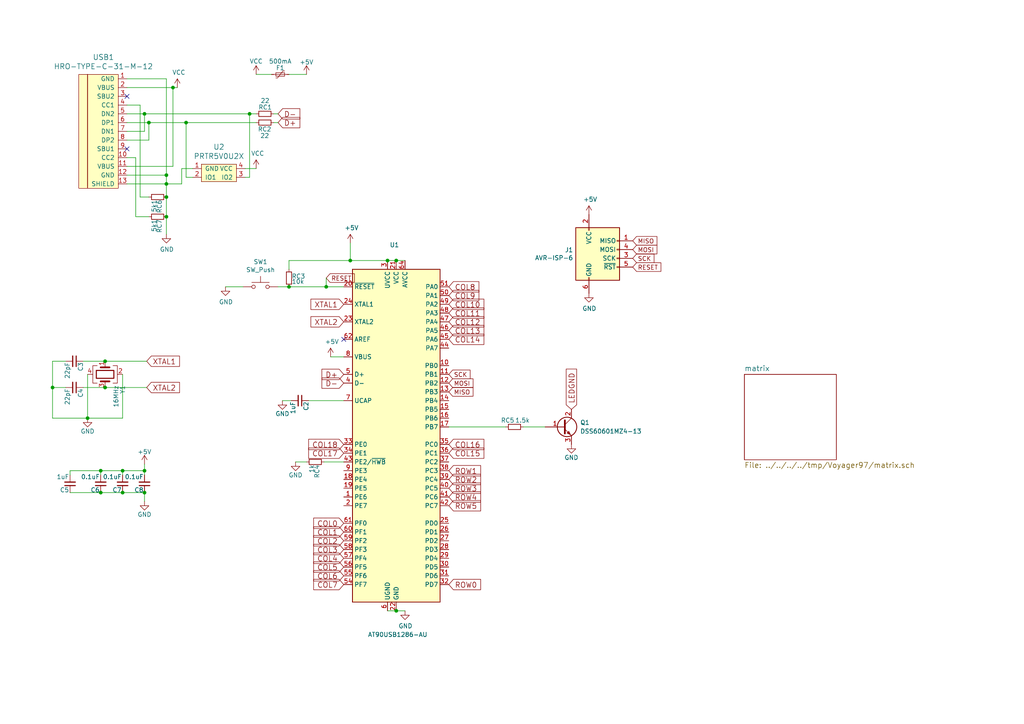
<source format=kicad_sch>
(kicad_sch (version 20230121) (generator eeschema)
  (paper "A4")
  (lib_symbols
    (symbol "Device:C_Small" (pin_numbers hide) (pin_names (offset 0.254) hide)
      (property "Reference" "C" (at 0.254 1.778 0))
      (property "Value" "C_Small" (at 0.254 -2.032 0))
      (symbol "C_Small_0_1"
        (polyline (pts (xy -1.524 -0.508) (xy 1.524 -0.508)) (stroke (width 0.3302)))
        (polyline (pts (xy -1.524 0.508) (xy 1.524 0.508)) (stroke (width 0.3048)))
      )
      (symbol "C_Small_1_1"
        (pin passive line (at 0 2.54 270) (length 2.032) (name "~") (number "1"))
        (pin passive line (at 0 -2.54 90) (length 2.032) (name "~") (number "2"))
      )
    )
    (symbol "Device:Crystal_GND24" (pin_names (offset 1.016) hide)
      (property "Reference" "Y" (at 3.175 5.08 0))
      (property "Value" "Crystal_GND24" (at 3.175 3.175 0))
      (symbol "Crystal_GND24_0_1"
        (rectangle (start -1.143 2.54) (end 1.143 -2.54) (stroke (width 0.3048)))
        (polyline (pts (xy -2.54 0) (xy -2.032 0)))
        (polyline (pts (xy -2.032 -1.27) (xy -2.032 1.27)) (stroke (width 0.508)))
        (polyline (pts (xy 0 -3.81) (xy 0 -3.556)))
        (polyline (pts (xy 0 3.556) (xy 0 3.81)))
        (polyline (pts (xy 2.032 -1.27) (xy 2.032 1.27)) (stroke (width 0.508)))
        (polyline (pts (xy 2.032 0) (xy 2.54 0)))
        (polyline (pts (xy -2.54 -2.286) (xy -2.54 -3.556) (xy 2.54 -3.556) (xy 2.54 -2.286)))
        (polyline (pts (xy -2.54 2.286) (xy -2.54 3.556) (xy 2.54 3.556) (xy 2.54 2.286)))
      )
      (symbol "Crystal_GND24_1_1"
        (pin passive line (at -3.81 0 0) (length 1.27) (name "1") (number "1"))
        (pin passive line (at 0 5.08 270) (length 1.27) (name "2") (number "2"))
        (pin passive line (at 3.81 0 180) (length 1.27) (name "3") (number "3"))
        (pin passive line (at 0 -5.08 90) (length 1.27) (name "4") (number "4"))
      )
    )
    (symbol "Device:Polyfuse_Small" (pin_numbers hide) (pin_names (offset 0))
      (property "Reference" "F" (at -1.905 0 90))
      (property "Value" "Polyfuse_Small" (at 1.905 0 90))
      (symbol "Polyfuse_Small_0_1"
        (rectangle (start -0.508 1.27) (end 0.508 -1.27))
        (polyline (pts (xy 0 2.54) (xy 0 -2.54)))
        (polyline (pts (xy -1.016 1.27) (xy -1.016 0.762) (xy 1.016 -0.762) (xy 1.016 -1.27)))
      )
      (symbol "Polyfuse_Small_1_1"
        (pin passive line (at 0 2.54 270) (length 0.635) (name "~") (number "1"))
        (pin passive line (at 0 -2.54 90) (length 0.635) (name "~") (number "2"))
      )
    )
    (symbol "Device:Q_NPN_BCE" (pin_names (offset 0) hide)
      (property "Reference" "Q" (at 5.08 1.27 0))
      (property "Value" "Q_NPN_BCE" (at 5.08 -1.27 0))
      (symbol "Q_NPN_BCE_0_1"
        (polyline (pts (xy 0.635 0.635) (xy 2.54 2.54)))
        (polyline (pts (xy 0.635 -0.635) (xy 2.54 -2.54) (xy 2.54 -2.54)))
        (polyline (pts (xy 0.635 1.905) (xy 0.635 -1.905) (xy 0.635 -1.905)) (stroke (width 0.508)))
        (polyline (pts (xy 1.27 -1.778) (xy 1.778 -1.27) (xy 2.286 -2.286) (xy 1.27 -1.778) (xy 1.27 -1.778)) (fill (type outline)))
        (circle (center 1.27 0) (radius 2.8194) (stroke (width 0.254)))
      )
      (symbol "Q_NPN_BCE_1_1"
        (pin input line (at -5.08 0 0) (length 5.715) (name "B") (number "1"))
        (pin passive line (at 2.54 5.08 270) (length 2.54) (name "C") (number "2"))
        (pin passive line (at 2.54 -5.08 90) (length 2.54) (name "E") (number "3"))
      )
    )
    (symbol "Device:R_Small" (pin_numbers hide) (pin_names (offset 0.254) hide)
      (property "Reference" "R" (at 0.762 0.508 0))
      (property "Value" "R_Small" (at 0.762 -1.016 0))
      (symbol "R_Small_0_1"
        (rectangle (start -0.762 1.778) (end 0.762 -1.778) (stroke (width 0.2032)))
      )
      (symbol "R_Small_1_1"
        (pin passive line (at 0 2.54 270) (length 0.762) (name "~") (number "1"))
        (pin passive line (at 0 -2.54 90) (length 0.762) (name "~") (number "2"))
      )
    )
    (symbol "Switch:SW_Push" (pin_numbers hide) (pin_names (offset 1.016) hide)
      (property "Reference" "SW" (at 1.27 2.54 0))
      (property "Value" "SW_Push" (at 0 -1.524 0))
      (symbol "SW_Push_0_1"
        (circle (center -2.032 0) (radius 0.508))
        (polyline (pts (xy 0 1.27) (xy 0 3.048)))
        (polyline (pts (xy 2.54 1.27) (xy -2.54 1.27)))
        (circle (center 2.032 0) (radius 0.508))
        (pin passive line (at -5.08 0 0) (length 2.54) (name "1") (number "1"))
        (pin passive line (at 5.08 0 180) (length 2.54) (name "2") (number "2"))
      )
    )
    (symbol "Voyager97-rescue:AT90USB1286-MU-MCU_Microchip_AVR"
      (property "Reference" "U" (at -12.7 49.53 0))
      (property "Value" "MCU_Microchip_AVR:AT90USB1286-MU" (at 2.54 -49.53 0))
      (symbol "AT90USB1286-MU-MCU_Microchip_AVR_0_1"
        (rectangle (start -12.7 -48.26) (end 12.7 48.26) (stroke (width 0.254)) (fill (type background)))
      )
      (symbol "AT90USB1286-MU-MCU_Microchip_AVR_1_1"
        (pin bidirectional line (at -15.24 -17.78 0) (length 2.54) (name "PE6") (number "1"))
        (pin bidirectional line (at 15.24 20.32 180) (length 2.54) (name "PB0") (number "10"))
        (pin bidirectional line (at 15.24 17.78 180) (length 2.54) (name "PB1") (number "11"))
        (pin bidirectional line (at 15.24 15.24 180) (length 2.54) (name "PB2") (number "12"))
        (pin bidirectional line (at 15.24 12.7 180) (length 2.54) (name "PB3") (number "13"))
        (pin bidirectional line (at 15.24 10.16 180) (length 2.54) (name "PB4") (number "14"))
        (pin bidirectional line (at 15.24 7.62 180) (length 2.54) (name "PB5") (number "15"))
        (pin bidirectional line (at 15.24 5.08 180) (length 2.54) (name "PB6") (number "16"))
        (pin bidirectional line (at 15.24 2.54 180) (length 2.54) (name "PB7") (number "17"))
        (pin bidirectional line (at -15.24 -12.7 0) (length 2.54) (name "PE4") (number "18"))
        (pin bidirectional line (at -15.24 -15.24 0) (length 2.54) (name "PE5") (number "19"))
        (pin bidirectional line (at -15.24 -20.32 0) (length 2.54) (name "PE7") (number "2"))
        (pin input line (at -15.24 43.18 0) (length 2.54) (name "~{RESET}") (number "20"))
        (pin power_in line (at 0 50.8 270) (length 2.54) (name "VCC") (number "21"))
        (pin power_in line (at 0 -50.8 90) (length 2.54) (name "GND") (number "22"))
        (pin bidirectional line (at -15.24 33.02 0) (length 2.54) (name "XTAL2") (number "23"))
        (pin bidirectional line (at -15.24 38.1 0) (length 2.54) (name "XTAL1") (number "24"))
        (pin bidirectional line (at 15.24 -25.4 180) (length 2.54) (name "PD0") (number "25"))
        (pin bidirectional line (at 15.24 -27.94 180) (length 2.54) (name "PD1") (number "26"))
        (pin bidirectional line (at 15.24 -30.48 180) (length 2.54) (name "PD2") (number "27"))
        (pin bidirectional line (at 15.24 -33.02 180) (length 2.54) (name "PD3") (number "28"))
        (pin bidirectional line (at 15.24 -35.56 180) (length 2.54) (name "PD4") (number "29"))
        (pin power_in line (at -2.54 50.8 270) (length 2.54) (name "UVCC") (number "3"))
        (pin bidirectional line (at 15.24 -38.1 180) (length 2.54) (name "PD5") (number "30"))
        (pin bidirectional line (at 15.24 -40.64 180) (length 2.54) (name "PD6") (number "31"))
        (pin bidirectional line (at 15.24 -43.18 180) (length 2.54) (name "PD7") (number "32"))
        (pin bidirectional line (at -15.24 -2.54 0) (length 2.54) (name "PE0") (number "33"))
        (pin bidirectional line (at -15.24 -5.08 0) (length 2.54) (name "PE1") (number "34"))
        (pin bidirectional line (at 15.24 -2.54 180) (length 2.54) (name "PC0") (number "35"))
        (pin bidirectional line (at 15.24 -5.08 180) (length 2.54) (name "PC1") (number "36"))
        (pin bidirectional line (at 15.24 -7.62 180) (length 2.54) (name "PC2") (number "37"))
        (pin bidirectional line (at 15.24 -10.16 180) (length 2.54) (name "PC3") (number "38"))
        (pin bidirectional line (at 15.24 -12.7 180) (length 2.54) (name "PC4") (number "39"))
        (pin bidirectional line (at -15.24 15.24 0) (length 2.54) (name "D-") (number "4"))
        (pin bidirectional line (at 15.24 -15.24 180) (length 2.54) (name "PC5") (number "40"))
        (pin bidirectional line (at 15.24 -17.78 180) (length 2.54) (name "PC6") (number "41"))
        (pin bidirectional line (at 15.24 -20.32 180) (length 2.54) (name "PC7") (number "42"))
        (pin bidirectional line (at -15.24 -7.62 0) (length 2.54) (name "PE2/~{HWB}") (number "43"))
        (pin bidirectional line (at 15.24 25.4 180) (length 2.54) (name "PA7") (number "44"))
        (pin bidirectional line (at 15.24 27.94 180) (length 2.54) (name "PA6") (number "45"))
        (pin bidirectional line (at 15.24 30.48 180) (length 2.54) (name "PA5") (number "46"))
        (pin bidirectional line (at 15.24 33.02 180) (length 2.54) (name "PA4") (number "47"))
        (pin bidirectional line (at 15.24 35.56 180) (length 2.54) (name "PA3") (number "48"))
        (pin bidirectional line (at 15.24 38.1 180) (length 2.54) (name "PA2") (number "49"))
        (pin bidirectional line (at -15.24 17.78 0) (length 2.54) (name "D+") (number "5"))
        (pin bidirectional line (at 15.24 40.64 180) (length 2.54) (name "PA1") (number "50"))
        (pin bidirectional line (at 15.24 43.18 180) (length 2.54) (name "PA0") (number "51"))
        (pin passive line (at 0 50.8 270) (length 2.54) hide (name "VCC") (number "52"))
        (pin passive line (at 0 -50.8 90) (length 2.54) hide (name "GND") (number "53"))
        (pin bidirectional line (at -15.24 -43.18 0) (length 2.54) (name "PF7") (number "54"))
        (pin bidirectional line (at -15.24 -40.64 0) (length 2.54) (name "PF6") (number "55"))
        (pin bidirectional line (at -15.24 -38.1 0) (length 2.54) (name "PF5") (number "56"))
        (pin bidirectional line (at -15.24 -35.56 0) (length 2.54) (name "PF4") (number "57"))
        (pin bidirectional line (at -15.24 -33.02 0) (length 2.54) (name "PF3") (number "58"))
        (pin bidirectional line (at -15.24 -30.48 0) (length 2.54) (name "PF2") (number "59"))
        (pin power_in line (at -2.54 -50.8 90) (length 2.54) (name "UGND") (number "6"))
        (pin bidirectional line (at -15.24 -27.94 0) (length 2.54) (name "PF1") (number "60"))
        (pin bidirectional line (at -15.24 -25.4 0) (length 2.54) (name "PF0") (number "61"))
        (pin input line (at -15.24 27.94 0) (length 2.54) (name "AREF") (number "62"))
        (pin passive line (at 0 -50.8 90) (length 2.54) hide (name "GND") (number "63"))
        (pin power_in line (at 2.54 50.8 270) (length 2.54) (name "AVCC") (number "64"))
        (pin passive line (at 0 -50.8 90) (length 2.54) hide (name "GND") (number "65"))
        (pin passive line (at -15.24 10.16 0) (length 2.54) (name "UCAP") (number "7"))
        (pin input line (at -15.24 22.86 0) (length 2.54) (name "VBUS") (number "8"))
        (pin bidirectional line (at -15.24 -10.16 0) (length 2.54) (name "PE3") (number "9"))
      )
    )
    (symbol "Voyager97-rescue:AVR-ISP-6-Connector" (pin_names (offset 1.016))
      (property "Reference" "J" (at 0 10.16 0))
      (property "Value" "Connector:AVR-ISP-6" (at 0 -7.62 0))
      (symbol "AVR-ISP-6-Connector_0_1"
        (rectangle (start -2.667 -5.588) (end -2.413 -6.35))
        (rectangle (start -2.667 8.89) (end -2.413 8.128))
        (rectangle (start 6.35 -2.413) (end 5.588 -2.667))
        (rectangle (start 6.35 0.127) (end 5.588 -0.127))
        (rectangle (start 6.35 2.667) (end 5.588 2.413))
        (rectangle (start 6.35 5.207) (end 5.588 4.953))
        (rectangle (start 6.35 8.89) (end -6.35 -6.35) (stroke (width 0.254)) (fill (type background)))
      )
      (symbol "AVR-ISP-6-Connector_1_1"
        (pin passive line (at 10.16 5.08 180) (length 3.81) (name "MISO") (number "1"))
        (pin power_in line (at -2.54 12.7 270) (length 3.81) (name "VCC") (number "2"))
        (pin passive line (at 10.16 0 180) (length 3.81) (name "SCK") (number "3"))
        (pin passive line (at 10.16 2.54 180) (length 3.81) (name "MOSI") (number "4"))
        (pin passive line (at 10.16 -2.54 180) (length 3.81) (name "~{RST}") (number "5"))
        (pin power_in line (at -2.54 -10.16 90) (length 3.81) (name "GND") (number "6"))
      )
    )
    (symbol "Voyager97-rescue:HRO-TYPE-C-31-M-12-Type-C" (pin_names (offset 1.016))
      (property "Reference" "USB" (at -5.08 16.51 0))
      (property "Value" "Type-C:HRO-TYPE-C-31-M-12" (at -10.16 -1.27 90))
      (symbol "HRO-TYPE-C-31-M-12-Type-C_0_1"
        (rectangle (start -11.43 15.24) (end -8.89 -17.78) (fill (type background)))
        (rectangle (start 0 -17.78) (end -8.89 15.24) (fill (type background)))
      )
      (symbol "HRO-TYPE-C-31-M-12-Type-C_1_1"
        (pin input line (at 2.54 13.97 180) (length 2.54) (name "GND") (number "1"))
        (pin input line (at 2.54 -8.89 180) (length 2.54) (name "CC2") (number "10"))
        (pin input line (at 2.54 -11.43 180) (length 2.54) (name "VBUS") (number "11"))
        (pin input line (at 2.54 -13.97 180) (length 2.54) (name "GND") (number "12"))
        (pin input line (at 2.54 -16.51 180) (length 2.54) (name "SHIELD") (number "13"))
        (pin input line (at 2.54 11.43 180) (length 2.54) (name "VBUS") (number "2"))
        (pin input line (at 2.54 8.89 180) (length 2.54) (name "SBU2") (number "3"))
        (pin input line (at 2.54 6.35 180) (length 2.54) (name "CC1") (number "4"))
        (pin input line (at 2.54 3.81 180) (length 2.54) (name "DN2") (number "5"))
        (pin input line (at 2.54 1.27 180) (length 2.54) (name "DP1") (number "6"))
        (pin input line (at 2.54 -1.27 180) (length 2.54) (name "DN1") (number "7"))
        (pin input line (at 2.54 -3.81 180) (length 2.54) (name "DP2") (number "8"))
        (pin input line (at 2.54 -6.35 180) (length 2.54) (name "SBU1") (number "9"))
      )
    )
    (symbol "ai03-locallib:PRTR5V0U2X" (pin_names (offset 1.016))
      (property "Reference" "U" (at 0 3.81 0))
      (property "Value" "PRTR5V0U2X" (at 0 -3.81 0))
      (symbol "PRTR5V0U2X_0_1"
        (rectangle (start -5.08 2.54) (end 5.08 -2.54) (fill (type background)))
      )
      (symbol "PRTR5V0U2X_1_1"
        (pin input line (at -7.62 1.27 0) (length 2.54) (name "GND") (number "1"))
        (pin input line (at -7.62 -1.27 0) (length 2.54) (name "IO1") (number "2"))
        (pin input line (at 7.62 -1.27 180) (length 2.54) (name "IO2") (number "3"))
        (pin input line (at 7.62 1.27 180) (length 2.54) (name "VCC") (number "4"))
      )
    )
    (symbol "power:+5V" (power) (pin_names (offset 0))
      (property "Value" "+5V" (at 0 3.556 0))
      (symbol "+5V_0_1"
        (polyline (pts (xy -0.762 1.27) (xy 0 2.54)))
        (polyline (pts (xy 0 0) (xy 0 2.54)))
        (polyline (pts (xy 0 2.54) (xy 0.762 1.27)))
      )
      (symbol "+5V_1_1"
        (pin power_in line (at 0 0 90) (length 0) hide (name "+5V") (number "1"))
      )
    )
    (symbol "power:GND" (power) (pin_names (offset 0))
      (property "Value" "GND" (at 0 -3.81 0))
      (symbol "GND_0_1"
        (polyline (pts (xy 0 0) (xy 0 -1.27) (xy 1.27 -1.27) (xy 0 -2.54) (xy -1.27 -1.27) (xy 0 -1.27)))
      )
      (symbol "GND_1_1"
        (pin power_in line (at 0 0 270) (length 0) hide (name "GND") (number "1"))
      )
    )
    (symbol "power:VCC" (power) (pin_names (offset 0))
      (property "Value" "VCC" (at 0 3.81 0))
      (symbol "VCC_0_1"
        (polyline (pts (xy -0.762 1.27) (xy 0 2.54)))
        (polyline (pts (xy 0 0) (xy 0 2.54)))
        (polyline (pts (xy 0 2.54) (xy 0.762 1.27)))
      )
      (symbol "VCC_1_1"
        (pin power_in line (at 0 0 90) (length 0) hide (name "VCC") (number "1"))
      )
    )
  )
  (junction (at 48.26 62.865))
  (junction (at 48.26 50.8))
  (junction (at 83.82 83.185))
  (junction (at 29.21 136.525))
  (junction (at 15.24 112.395))
  (junction (at 114.935 177.165))
  (junction (at 29.21 142.875))
  (junction (at 48.26 57.15))
  (junction (at 48.26 53.34))
  (junction (at 41.91 136.525))
  (junction (at 101.6 75.565))
  (junction (at 35.56 142.875))
  (junction (at 41.91 33.02))
  (junction (at 35.56 136.525))
  (junction (at 30.48 104.775))
  (junction (at 53.975 35.56))
  (junction (at 94.615 83.185))
  (junction (at 30.48 112.395))
  (junction (at 25.4 121.285))
  (junction (at 41.91 142.875))
  (junction (at 114.935 75.565))
  (junction (at 72.39 33.02))
  (junction (at 112.395 75.565))
  (junction (at 50.165 25.4))
  (junction (at 43.18 35.56))
  (no_connect (at 36.83 27.94))
  (no_connect (at 36.83 43.18))
  (no_connect (at 99.695 98.425))
  (wire (pts (xy 25.4 121.285) (xy 35.56 121.285)))
  (wire (pts (xy 50.165 25.4) (xy 36.83 25.4)))
  (wire (pts (xy 48.26 53.34) (xy 48.26 50.8)))
  (wire (pts (xy 36.83 53.34) (xy 48.26 53.34)))
  (wire (pts (xy 24.13 112.395) (xy 30.48 112.395)))
  (wire (pts (xy 41.91 33.02) (xy 41.91 38.1)))
  (wire (pts (xy 71.12 51.435) (xy 72.39 51.435)))
  (wire (pts (xy 48.26 62.865) (xy 48.26 67.945)))
  (wire (pts (xy 40.64 30.48) (xy 36.83 30.48)))
  (wire (pts (xy 36.83 48.26) (xy 50.165 48.26)))
  (wire (pts (xy 43.18 40.64) (xy 43.18 35.56)))
  (wire (pts (xy 41.91 134.62) (xy 41.91 136.525)))
  (wire (pts (xy 72.39 33.02) (xy 74.295 33.02)))
  (wire (pts (xy 48.26 50.8) (xy 36.83 50.8)))
  (wire (pts (xy 29.21 136.525) (xy 29.21 137.795)))
  (wire (pts (xy 19.05 104.775) (xy 15.24 104.775)))
  (wire (pts (xy 79.375 33.02) (xy 80.645 33.02)))
  (wire (pts (xy 48.26 53.34) (xy 48.26 57.15)))
  (wire (pts (xy 35.56 136.525) (xy 41.91 136.525)))
  (wire (pts (xy 112.395 75.565) (xy 114.935 75.565)))
  (wire (pts (xy 93.98 133.985) (xy 99.695 133.985)))
  (wire (pts (xy 30.48 112.395) (xy 42.545 112.395)))
  (wire (pts (xy 55.88 51.435) (xy 53.975 51.435)))
  (wire (pts (xy 114.935 177.165) (xy 112.395 177.165)))
  (wire (pts (xy 94.615 80.645) (xy 94.615 83.185)))
  (wire (pts (xy 41.91 136.525) (xy 41.91 137.795)))
  (wire (pts (xy 151.765 123.825) (xy 158.115 123.825)))
  (wire (pts (xy 35.56 136.525) (xy 35.56 137.795)))
  (wire (pts (xy 74.295 21.59) (xy 78.74 21.59)))
  (wire (pts (xy 101.6 75.565) (xy 83.82 75.565)))
  (wire (pts (xy 50.165 48.26) (xy 50.165 25.4)))
  (wire (pts (xy 88.9 133.985) (xy 85.725 133.985)))
  (wire (pts (xy 35.56 121.285) (xy 35.56 108.585)))
  (wire (pts (xy 29.21 136.525) (xy 35.56 136.525)))
  (wire (pts (xy 89.535 116.205) (xy 99.695 116.205)))
  (wire (pts (xy 94.615 83.185) (xy 99.695 83.185)))
  (wire (pts (xy 41.91 38.1) (xy 36.83 38.1)))
  (wire (pts (xy 83.82 21.59) (xy 88.9 21.59)))
  (wire (pts (xy 146.685 123.825) (xy 130.175 123.825)))
  (wire (pts (xy 117.475 177.165) (xy 114.935 177.165)))
  (wire (pts (xy 83.82 75.565) (xy 83.82 78.105)))
  (wire (pts (xy 39.37 45.72) (xy 39.37 62.865)))
  (wire (pts (xy 36.83 33.02) (xy 41.91 33.02)))
  (wire (pts (xy 95.885 103.505) (xy 99.695 103.505)))
  (wire (pts (xy 15.24 104.775) (xy 15.24 112.395)))
  (wire (pts (xy 43.18 35.56) (xy 36.83 35.56)))
  (wire (pts (xy 36.83 22.86) (xy 48.26 22.86)))
  (wire (pts (xy 114.935 75.565) (xy 117.475 75.565)))
  (wire (pts (xy 83.82 83.185) (xy 94.615 83.185)))
  (wire (pts (xy 36.83 45.72) (xy 39.37 45.72)))
  (wire (pts (xy 39.37 62.865) (xy 43.18 62.865)))
  (wire (pts (xy 40.64 57.15) (xy 43.18 57.15)))
  (wire (pts (xy 40.64 57.15) (xy 40.64 30.48)))
  (wire (pts (xy 48.26 22.86) (xy 48.26 50.8)))
  (wire (pts (xy 35.56 142.875) (xy 41.91 142.875)))
  (wire (pts (xy 101.6 70.485) (xy 101.6 75.565)))
  (wire (pts (xy 41.91 142.875) (xy 41.91 145.415)))
  (wire (pts (xy 41.91 33.02) (xy 72.39 33.02)))
  (wire (pts (xy 15.24 121.285) (xy 25.4 121.285)))
  (wire (pts (xy 48.26 57.15) (xy 48.26 62.865)))
  (wire (pts (xy 52.705 53.34) (xy 52.705 48.895)))
  (wire (pts (xy 53.975 51.435) (xy 53.975 35.56)))
  (wire (pts (xy 48.26 53.34) (xy 52.705 53.34)))
  (wire (pts (xy 74.295 48.895) (xy 71.12 48.895)))
  (wire (pts (xy 80.645 83.185) (xy 83.82 83.185)))
  (wire (pts (xy 20.32 142.875) (xy 29.21 142.875)))
  (wire (pts (xy 30.48 104.775) (xy 42.545 104.775)))
  (wire (pts (xy 24.13 104.775) (xy 30.48 104.775)))
  (wire (pts (xy 15.24 112.395) (xy 15.24 121.285)))
  (wire (pts (xy 70.485 83.185) (xy 65.405 83.185)))
  (wire (pts (xy 25.4 121.285) (xy 25.4 108.585)))
  (wire (pts (xy 29.21 142.875) (xy 35.56 142.875)))
  (wire (pts (xy 52.705 48.895) (xy 55.88 48.895)))
  (wire (pts (xy 101.6 75.565) (xy 112.395 75.565)))
  (wire (pts (xy 81.915 116.205) (xy 84.455 116.205)))
  (wire (pts (xy 43.18 35.56) (xy 53.975 35.56)))
  (wire (pts (xy 15.24 112.395) (xy 19.05 112.395)))
  (wire (pts (xy 20.32 136.525) (xy 20.32 137.795)))
  (wire (pts (xy 36.83 40.64) (xy 43.18 40.64)))
  (wire (pts (xy 51.435 25.4) (xy 50.165 25.4)))
  (wire (pts (xy 80.645 35.56) (xy 79.375 35.56)))
  (wire (pts (xy 53.975 35.56) (xy 74.295 35.56)))
  (wire (pts (xy 72.39 51.435) (xy 72.39 33.02)))
  (wire (pts (xy 20.32 136.525) (xy 29.21 136.525)))
  (global_label "RESET" (shape input) (at 94.615 80.645 0) (property "Intersheetrefs" "${INTERSHEET_REFS}" (effects hide)))
  (global_label "RESET" (shape input) (at 183.515 77.47 0) (property "Intersheetrefs" "${INTERSHEET_REFS}" (effects hide)))
  (global_label "XTAL1" (shape input) (at 42.545 104.775 0) (effects (font (size 1.524 1.524))) (property "Intersheetrefs" "${INTERSHEET_REFS}" (effects hide)))
  (global_label "ROW4" (shape input) (at 130.175 144.145 0) (effects (font (size 1.524 1.524))) (property "Intersheetrefs" "${INTERSHEET_REFS}" (effects hide)))
  (global_label "COL13" (shape input) (at 130.175 95.885 0) (effects (font (size 1.524 1.524))) (property "Intersheetrefs" "${INTERSHEET_REFS}" (effects hide)))
  (global_label "COL14" (shape input) (at 130.175 98.425 0) (effects (font (size 1.524 1.524))) (property "Intersheetrefs" "${INTERSHEET_REFS}" (effects hide)))
  (global_label "COL8" (shape input) (at 130.175 83.185 0) (effects (font (size 1.524 1.524))) (property "Intersheetrefs" "${INTERSHEET_REFS}" (effects hide)))
  (global_label "D+" (shape input) (at 80.645 35.56 0) (effects (font (size 1.524 1.524))) (property "Intersheetrefs" "${INTERSHEET_REFS}" (effects hide)))
  (global_label "COL3" (shape input) (at 99.695 159.385 180) (effects (font (size 1.524 1.524))) (property "Intersheetrefs" "${INTERSHEET_REFS}" (effects hide)))
  (global_label "MISO" (shape input) (at 183.515 69.85 0) (property "Intersheetrefs" "${INTERSHEET_REFS}" (effects hide)))
  (global_label "MISO" (shape input) (at 130.175 113.665 0) (property "Intersheetrefs" "${INTERSHEET_REFS}" (effects hide)))
  (global_label "LEDGND" (shape input) (at 165.735 118.745 90) (effects (font (size 1.524 1.524))) (property "Intersheetrefs" "${INTERSHEET_REFS}" (effects hide)))
  (global_label "ROW1" (shape input) (at 130.175 136.525 0) (effects (font (size 1.524 1.524))) (property "Intersheetrefs" "${INTERSHEET_REFS}" (effects hide)))
  (global_label "COL2" (shape input) (at 99.695 156.845 180) (effects (font (size 1.524 1.524))) (property "Intersheetrefs" "${INTERSHEET_REFS}" (effects hide)))
  (global_label "COL4" (shape input) (at 99.695 161.925 180) (effects (font (size 1.524 1.524))) (property "Intersheetrefs" "${INTERSHEET_REFS}" (effects hide)))
  (global_label "XTAL2" (shape input) (at 99.695 93.345 180) (effects (font (size 1.524 1.524))) (property "Intersheetrefs" "${INTERSHEET_REFS}" (effects hide)))
  (global_label "D-" (shape input) (at 99.695 111.125 180) (effects (font (size 1.524 1.524))) (property "Intersheetrefs" "${INTERSHEET_REFS}" (effects hide)))
  (global_label "ROW3" (shape input) (at 130.175 141.605 0) (effects (font (size 1.524 1.524))) (property "Intersheetrefs" "${INTERSHEET_REFS}" (effects hide)))
  (global_label "COL6" (shape input) (at 99.695 167.005 180) (effects (font (size 1.524 1.524))) (property "Intersheetrefs" "${INTERSHEET_REFS}" (effects hide)))
  (global_label "COL0" (shape input) (at 99.695 151.765 180) (effects (font (size 1.524 1.524))) (property "Intersheetrefs" "${INTERSHEET_REFS}" (effects hide)))
  (global_label "COL16" (shape input) (at 130.175 128.905 0) (effects (font (size 1.524 1.524))) (property "Intersheetrefs" "${INTERSHEET_REFS}" (effects hide)))
  (global_label "XTAL1" (shape input) (at 99.695 88.265 180) (effects (font (size 1.524 1.524))) (property "Intersheetrefs" "${INTERSHEET_REFS}" (effects hide)))
  (global_label "D+" (shape input) (at 99.695 108.585 180) (effects (font (size 1.524 1.524))) (property "Intersheetrefs" "${INTERSHEET_REFS}" (effects hide)))
  (global_label "SCK" (shape input) (at 130.175 108.585 0) (property "Intersheetrefs" "${INTERSHEET_REFS}" (effects hide)))
  (global_label "COL7" (shape input) (at 99.695 169.545 180) (effects (font (size 1.524 1.524))) (property "Intersheetrefs" "${INTERSHEET_REFS}" (effects hide)))
  (global_label "ROW0" (shape input) (at 130.175 169.545 0) (effects (font (size 1.524 1.524))) (property "Intersheetrefs" "${INTERSHEET_REFS}" (effects hide)))
  (global_label "COL9" (shape input) (at 130.175 85.725 0) (effects (font (size 1.524 1.524))) (property "Intersheetrefs" "${INTERSHEET_REFS}" (effects hide)))
  (global_label "COL17" (shape input) (at 99.695 131.445 180) (effects (font (size 1.524 1.524))) (property "Intersheetrefs" "${INTERSHEET_REFS}" (effects hide)))
  (global_label "ROW5" (shape input) (at 130.175 146.685 0) (effects (font (size 1.524 1.524))) (property "Intersheetrefs" "${INTERSHEET_REFS}" (effects hide)))
  (global_label "COL12" (shape input) (at 130.175 93.345 0) (effects (font (size 1.524 1.524))) (property "Intersheetrefs" "${INTERSHEET_REFS}" (effects hide)))
  (global_label "ROW2" (shape input) (at 130.175 139.065 0) (effects (font (size 1.524 1.524))) (property "Intersheetrefs" "${INTERSHEET_REFS}" (effects hide)))
  (global_label "COL1" (shape input) (at 99.695 154.305 180) (effects (font (size 1.524 1.524))) (property "Intersheetrefs" "${INTERSHEET_REFS}" (effects hide)))
  (global_label "COL18" (shape input) (at 99.695 128.905 180) (effects (font (size 1.524 1.524))) (property "Intersheetrefs" "${INTERSHEET_REFS}" (effects hide)))
  (global_label "COL10" (shape input) (at 130.175 88.265 0) (effects (font (size 1.524 1.524))) (property "Intersheetrefs" "${INTERSHEET_REFS}" (effects hide)))
  (global_label "COL11" (shape input) (at 130.175 90.805 0) (effects (font (size 1.524 1.524))) (property "Intersheetrefs" "${INTERSHEET_REFS}" (effects hide)))
  (global_label "COL5" (shape input) (at 99.695 164.465 180) (effects (font (size 1.524 1.524))) (property "Intersheetrefs" "${INTERSHEET_REFS}" (effects hide)))
  (global_label "MOSI" (shape input) (at 130.175 111.125 0) (property "Intersheetrefs" "${INTERSHEET_REFS}" (effects hide)))
  (global_label "COL15" (shape input) (at 130.175 131.445 0) (effects (font (size 1.524 1.524))) (property "Intersheetrefs" "${INTERSHEET_REFS}" (effects hide)))
  (global_label "MOSI" (shape input) (at 183.515 72.39 0) (property "Intersheetrefs" "${INTERSHEET_REFS}" (effects hide)))
  (global_label "XTAL2" (shape input) (at 42.545 112.395 0) (effects (font (size 1.524 1.524))) (property "Intersheetrefs" "${INTERSHEET_REFS}" (effects hide)))
  (global_label "SCK" (shape input) (at 183.515 74.93 0) (property "Intersheetrefs" "${INTERSHEET_REFS}" (effects hide)))
  (global_label "D-" (shape input) (at 80.645 33.02 0) (effects (font (size 1.524 1.524))) (property "Intersheetrefs" "${INTERSHEET_REFS}" (effects hide)))
  (symbol (lib_id "Device:Polyfuse_Small") (at 81.28 21.59 270) (unit 1)
    (property "Reference" "F1" (at 81.28 19.685 90))
    (property "Value" "500mA" (at 81.28 17.78 90))
    (property "Footprint" "Fuse_Holders_and_Fuses:Fuse_SMD1206_Reflow" (effects hide))
  )
  (symbol (lib_id "power:+5V") (at 88.9 21.59 0) (unit 1)
    (property "Reference" "#PWR01" (effects hide))
    (property "Value" "+5V" (at 88.9 18.034 0))
  )
  (symbol (lib_id "Device:R_Small") (at 76.835 33.02 270) (unit 1)
    (property "Reference" "RC1" (at 74.93 31.115 90) (effects (justify left)))
    (property "Value" "22" (at 75.565 29.21 90) (effects (justify left)))
    (property "Footprint" "Resistors_SMD:R_0603" (effects hide))
  )
  (symbol (lib_id "Device:R_Small") (at 76.835 35.56 90) (unit 1)
    (property "Reference" "RC2" (at 78.74 37.465 90) (effects (justify left)))
    (property "Value" "22" (at 78.105 39.37 90) (effects (justify left)))
    (property "Footprint" "Resistors_SMD:R_0603" (effects hide))
  )
  (symbol (lib_id "Device:Q_NPN_BCE") (at 163.195 123.825 0) (unit 1)
    (property "Reference" "Q1" (at 168.275 122.555 0) (effects (justify left)))
    (property "Value" "DSS60601MZ4-13" (at 168.275 125.095 0) (effects (justify left)))
    (property "Footprint" "TO_SOT_Packages_SMD:SOT-223-3_TabPin2" (effects hide))
  )
  (symbol (lib_id "power:GND") (at 165.735 128.905 0) (unit 1)
    (property "Reference" "#PWR02" (effects hide))
    (property "Value" "GND" (at 165.735 132.715 0))
  )
  (symbol (lib_id "Device:R_Small") (at 149.225 123.825 90) (unit 1)
    (property "Reference" "RC5" (at 149.225 121.92 90) (effects (justify left)))
    (property "Value" "1.5k" (at 153.67 121.92 90) (effects (justify left)))
    (property "Footprint" "Resistors_SMD:R_0603" (effects hide))
  )
  (symbol (lib_id "power:VCC") (at 74.295 21.59 0) (unit 1)
    (property "Reference" "#PWR03" (effects hide))
    (property "Value" "VCC" (at 74.295 17.78 0))
  )
  (symbol (lib_id "Voyager97-rescue:AT90USB1286-MU-MCU_Microchip_AVR") (at 114.935 126.365 0) (unit 1)
    (property "Reference" "U1" (at 113.03 71.755 0) (effects (justify left bottom)))
    (property "Value" "AT90USB1286-AU" (at 106.68 184.785 0) (effects (justify left bottom)))
    (property "Footprint" "Housings_DFN_QFN:QFN-64-1EP_9x9mm_Pitch0.5mm" (effects hide))
    (property "Datasheet" "8.69 USD" (effects hide))
    (property "Field4" "TQFP-64 Microchip" (effects hide))
    (property "Field5" "Microchip" (effects hide))
    (property "Field6" "Embedded microcontroller AT90USB1286-AU TQFP 64 _14x14_ Microchip Technology 8-Bit 16 MHz I/O number 48" (effects hide))
    (property "Field7" "Good" (effects hide))
    (property "Field8" "AT90USB1286-AU" (effects hide))
  )
  (symbol (lib_id "Device:R_Small") (at 83.82 80.645 0) (unit 1)
    (property "Reference" "RC3" (at 84.582 80.137 0) (effects (justify left)))
    (property "Value" "10k" (at 84.582 81.661 0) (effects (justify left)))
    (property "Footprint" "Resistors_SMD:R_0603" (effects hide))
  )
  (symbol (lib_id "Device:C_Small") (at 86.995 116.205 270) (unit 1)
    (property "Reference" "C2" (at 88.773 116.459 0) (effects (justify left)))
    (property "Value" "1uF" (at 84.963 116.459 0) (effects (justify left)))
    (property "Footprint" "Capacitors_SMD:C_0603" (effects hide))
  )
  (symbol (lib_id "power:GND") (at 81.915 116.205 0) (unit 1)
    (property "Reference" "#PWR08" (effects hide))
    (property "Value" "GND" (at 81.915 120.015 0))
  )
  (symbol (lib_id "Device:Crystal_GND24") (at 30.48 108.585 270) (unit 1)
    (property "Reference" "Y1" (at 35.56 111.76 0) (effects (justify left)))
    (property "Value" "16MHz" (at 33.655 111.76 0) (effects (justify left)))
    (property "Footprint" "Crystals:Crystal_SMD_3225-4pin_3.2x2.5mm" (effects hide))
  )
  (symbol (lib_id "power:GND") (at 25.4 121.285 0) (unit 1)
    (property "Reference" "#PWR09" (effects hide))
    (property "Value" "GND" (at 25.4 125.095 0))
  )
  (symbol (lib_id "Device:C_Small") (at 21.59 104.775 270) (unit 1)
    (property "Reference" "C3" (at 23.368 105.029 0) (effects (justify left)))
    (property "Value" "22pF" (at 19.558 105.029 0) (effects (justify left)))
    (property "Footprint" "Capacitors_SMD:C_0603" (effects hide))
  )
  (symbol (lib_id "Device:C_Small") (at 21.59 112.395 270) (unit 1)
    (property "Reference" "C4" (at 23.368 112.649 0) (effects (justify left)))
    (property "Value" "22pF" (at 19.558 112.649 0) (effects (justify left)))
    (property "Footprint" "Capacitors_SMD:C_0603" (effects hide))
  )
  (symbol (lib_id "Device:R_Small") (at 91.44 133.985 270) (unit 1)
    (property "Reference" "RC4" (at 91.948 134.747 0) (effects (justify left)))
    (property "Value" "1k" (at 90.424 134.747 0) (effects (justify left)))
    (property "Footprint" "Resistors_SMD:R_0603" (effects hide))
  )
  (symbol (lib_id "power:GND") (at 85.725 133.985 0) (unit 1)
    (property "Reference" "#PWR011" (effects hide))
    (property "Value" "GND" (at 85.725 137.795 0))
  )
  (symbol (lib_id "Device:C_Small") (at 29.21 140.335 180) (unit 1)
    (property "Reference" "C6" (at 28.956 142.113 0) (effects (justify left)))
    (property "Value" "0.1uF" (at 28.956 138.303 0) (effects (justify left)))
    (property "Footprint" "Capacitors_SMD:C_0603" (effects hide))
  )
  (symbol (lib_id "Device:C_Small") (at 35.56 140.335 180) (unit 1)
    (property "Reference" "C7" (at 35.306 142.113 0) (effects (justify left)))
    (property "Value" "0.1uF" (at 35.306 138.303 0) (effects (justify left)))
    (property "Footprint" "Capacitors_SMD:C_0603" (effects hide))
  )
  (symbol (lib_id "Device:C_Small") (at 41.91 140.335 180) (unit 1)
    (property "Reference" "C8" (at 41.656 142.113 0) (effects (justify left)))
    (property "Value" "0.1uF" (at 41.656 138.303 0) (effects (justify left)))
    (property "Footprint" "Capacitors_SMD:C_0603" (effects hide))
  )
  (symbol (lib_id "Device:C_Small") (at 20.32 140.335 180) (unit 1)
    (property "Reference" "C5" (at 20.066 142.113 0) (effects (justify left)))
    (property "Value" "1uF" (at 20.066 138.303 0) (effects (justify left)))
    (property "Footprint" "Capacitors_SMD:C_0603" (effects hide))
  )
  (symbol (lib_id "power:GND") (at 41.91 145.415 0) (unit 1)
    (property "Reference" "#PWR012" (effects hide))
    (property "Value" "GND" (at 41.91 149.225 0))
  )
  (symbol (lib_id "power:+5V") (at 41.91 134.62 0) (unit 1)
    (property "Reference" "#PWR013" (effects hide))
    (property "Value" "+5V" (at 41.91 131.064 0))
  )
  (symbol (lib_id "Voyager97-rescue:AVR-ISP-6-Connector") (at 173.355 74.93 0) (unit 1)
    (property "Reference" "J1" (at 166.243 72.4916 0) (effects (justify right)))
    (property "Value" "AVR-ISP-6" (at 166.243 74.803 0) (effects (justify right)))
    (property "Footprint" "Molex-0548190589:Reset_Pretty-Mask" (effects hide))
    (property "Datasheet" " ~" (effects hide))
  )
  (symbol (lib_id "power:+5V") (at 170.815 62.23 0) (unit 1)
    (property "Reference" "#PWR0101" (effects hide))
    (property "Value" "+5V" (at 171.196 57.8358 0))
  )
  (symbol (lib_id "power:GND") (at 170.815 85.09 0) (unit 1)
    (property "Reference" "#PWR0102" (effects hide))
    (property "Value" "GND" (at 170.942 89.4842 0))
  )
  (symbol (lib_id "Voyager97-rescue:HRO-TYPE-C-31-M-12-Type-C") (at 34.29 36.83 0) (unit 1)
    (property "Reference" "USB1" (at 29.9974 16.5862 0) (effects (font (size 1.524 1.524))))
    (property "Value" "HRO-TYPE-C-31-M-12" (at 29.9974 19.2786 0) (effects (font (size 1.524 1.524))))
    (property "Footprint" "Type-C:HRO-TYPE-C-31-M-12-Assembly" (effects hide))
  )
  (symbol (lib_id "power:VCC") (at 51.435 25.4 0) (unit 1)
    (property "Reference" "#PWR04" (effects hide))
    (property "Value" "VCC" (at 51.8668 21.0058 0))
  )
  (symbol (lib_id "power:GND") (at 48.26 67.945 0) (unit 1)
    (property "Reference" "#PWR016" (effects hide))
    (property "Value" "GND" (at 48.387 72.3392 0))
  )
  (symbol (lib_id "ai03-locallib:PRTR5V0U2X") (at 63.5 50.165 0) (unit 1)
    (property "Reference" "U2" (at 63.5 42.6212 0) (effects (font (size 1.524 1.524))))
    (property "Value" "PRTR5V0U2X" (at 63.5 45.3136 0) (effects (font (size 1.524 1.524))))
    (property "Footprint" "locallib:SOT143B" (effects hide))
  )
  (symbol (lib_id "power:VCC") (at 74.295 48.895 0) (unit 1)
    (property "Reference" "#PWR015" (effects hide))
    (property "Value" "VCC" (at 74.7268 44.5008 0))
  )
  (symbol (lib_id "Switch:SW_Push") (at 75.565 83.185 0) (unit 1)
    (property "Reference" "SW1" (at 75.565 75.946 0))
    (property "Value" "SW_Push" (at 75.565 78.2574 0))
    (property "Footprint" "Molex-0548190589:SKQG-1155865" (effects hide))
  )
  (symbol (lib_id "power:GND") (at 65.405 83.185 0) (unit 1)
    (property "Reference" "#PWR?" (effects hide))
    (property "Value" "GND" (at 65.532 87.5792 0))
  )
  (symbol (lib_id "power:+5V") (at 101.6 70.485 0) (unit 1)
    (property "Reference" "#PWR0103" (effects hide))
    (property "Value" "+5V" (at 101.981 66.0908 0))
  )
  (symbol (lib_id "power:+5V") (at 95.885 103.505 0) (unit 1)
    (property "Reference" "#PWR0104" (effects hide))
    (property "Value" "+5V" (at 96.266 99.1108 0))
  )
  (symbol (lib_id "power:GND") (at 117.475 177.165 0) (unit 1)
    (property "Reference" "#PWR0105" (effects hide))
    (property "Value" "GND" (at 117.602 181.5592 0))
  )
  (symbol (lib_id "Device:R_Small") (at 45.72 57.15 270) (unit 1)
    (property "Reference" "RC6" (at 46.228 57.912 0) (effects (justify left)))
    (property "Value" "5k1" (at 44.704 57.912 0) (effects (justify left)))
    (property "Footprint" "Resistors_SMD:R_0603" (effects hide))
  )
  (symbol (lib_id "Device:R_Small") (at 45.72 62.865 270) (unit 1)
    (property "Reference" "RC7" (at 46.228 63.627 0) (effects (justify left)))
    (property "Value" "5k1" (at 44.704 63.627 0) (effects (justify left)))
    (property "Footprint" "Resistors_SMD:R_0603" (effects hide))
  )
  (sheet (at 215.9 108.585) (size 26.67 24.765)
    (property "Sheetname" "matrix" (at 215.9 107.7464 0) (effects (font (size 1.524 1.524)) (justify left bottom)))
    (property "Sheetfile" "../../../../tmp/Voyager97/matrix.sch" (at 215.9 134.0362 0) (effects (font (size 1.524 1.524)) (justify left top)))
  )
)
</source>
